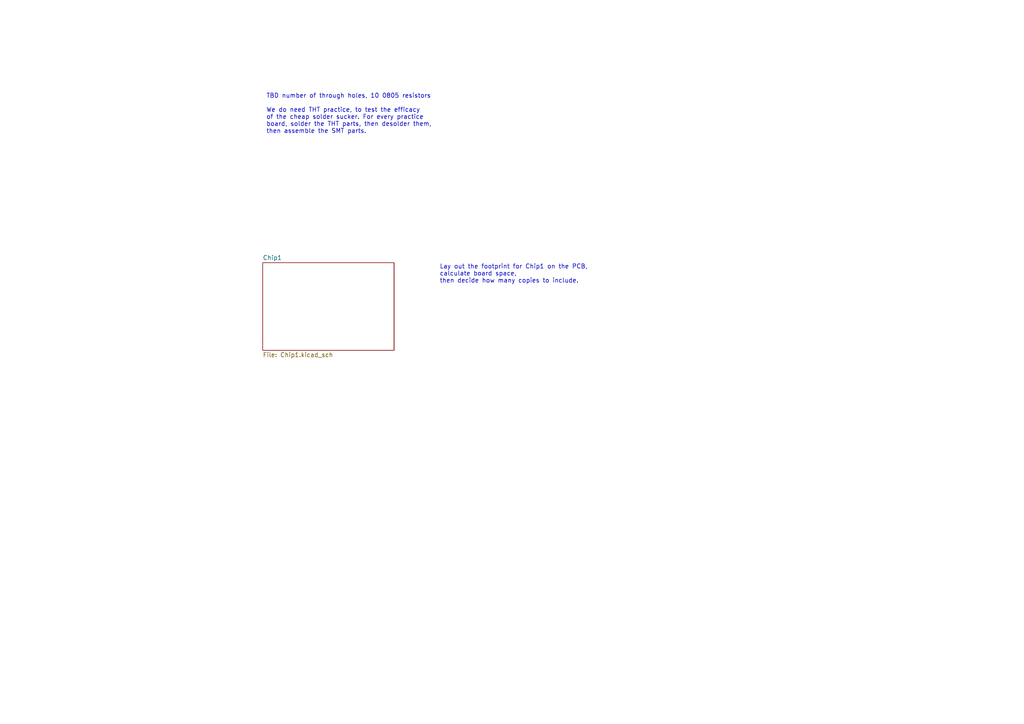
<source format=kicad_sch>
(kicad_sch
	(version 20250114)
	(generator "eeschema")
	(generator_version "9.0")
	(uuid "424a2905-d6ee-47e0-a55f-41cae3b03774")
	(paper "A4")
	(lib_symbols)
	(text "TBD number of through holes, 10 0805 resistors\n\nWe do need THT practice, to test the efficacy\nof the cheap solder sucker. For every practice\nboard, solder the THT parts, then desolder them,\nthen assemble the SMT parts."
		(exclude_from_sim no)
		(at 77.216 27.178 0)
		(effects
			(font
				(size 1.27 1.27)
			)
			(justify left top)
		)
		(uuid "4ba52d02-1fa7-4eff-98cd-9f4589110f68")
	)
	(text "Lay out the footprint for Chip1 on the PCB, \ncalculate board space,\nthen decide how many copies to include."
		(exclude_from_sim no)
		(at 127.508 76.708 0)
		(effects
			(font
				(size 1.27 1.27)
			)
			(justify left top)
		)
		(uuid "a52dc012-d3c3-445e-8f5b-1a01dacfda4e")
	)
	(sheet
		(at 76.2 76.2)
		(size 38.1 25.4)
		(exclude_from_sim no)
		(in_bom yes)
		(on_board yes)
		(dnp no)
		(fields_autoplaced yes)
		(stroke
			(width 0.1524)
			(type solid)
		)
		(fill
			(color 0 0 0 0.0000)
		)
		(uuid "a655f2e2-b6df-4695-8998-87c5eb56c051")
		(property "Sheetname" "Chip1"
			(at 76.2 75.4884 0)
			(effects
				(font
					(size 1.27 1.27)
				)
				(justify left bottom)
			)
		)
		(property "Sheetfile" "Chip1.kicad_sch"
			(at 76.2 102.1846 0)
			(effects
				(font
					(size 1.27 1.27)
				)
				(justify left top)
			)
		)
		(instances
			(project "PracticeBoard"
				(path "/424a2905-d6ee-47e0-a55f-41cae3b03774"
					(page "2")
				)
			)
		)
	)
	(sheet_instances
		(path "/"
			(page "1")
		)
	)
	(embedded_fonts no)
)

</source>
